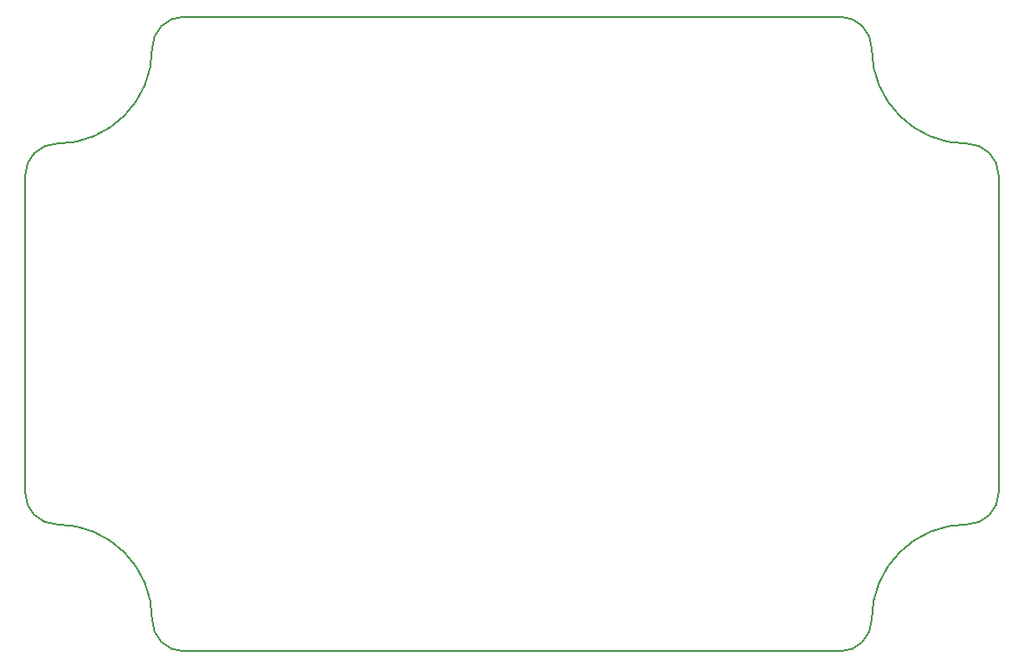
<source format=gm1>
G04 #@! TF.FileFunction,Profile,NP*
%FSLAX46Y46*%
G04 Gerber Fmt 4.6, Leading zero omitted, Abs format (unit mm)*
G04 Created by KiCad (PCBNEW 4.0.5) date 2017 June 13, Tuesday 16:43:51*
%MOMM*%
%LPD*%
G01*
G04 APERTURE LIST*
%ADD10C,0.100000*%
%ADD11C,0.150000*%
G04 APERTURE END LIST*
D10*
D11*
X25000000Y-40000000D02*
X25000000Y-70000000D01*
X117000000Y-40000000D02*
X117000000Y-70000000D01*
X114000000Y-73000000D02*
G75*
G03X117000000Y-70000000I0J3000000D01*
G01*
X114000000Y-73000000D02*
G75*
G03X105000000Y-82000000I0J-9000000D01*
G01*
X37000000Y-82000000D02*
G75*
G03X40000000Y-85000000I3000000J0D01*
G01*
X25000000Y-70000000D02*
G75*
G03X28000000Y-73000000I3000000J0D01*
G01*
X37000000Y-82000000D02*
G75*
G03X28000000Y-73000000I-9000000J0D01*
G01*
X102000000Y-85000000D02*
X40000000Y-85000000D01*
X102000000Y-85000000D02*
G75*
G03X105000000Y-82000000I0J3000000D01*
G01*
X40000000Y-25000000D02*
G75*
G03X37000000Y-28000000I0J-3000000D01*
G01*
X40000000Y-25000000D02*
X102000000Y-25000000D01*
X105000000Y-28000000D02*
G75*
G03X114000000Y-37000000I9000000J0D01*
G01*
X117000000Y-40000000D02*
G75*
G03X114000000Y-37000000I-3000000J0D01*
G01*
X105000000Y-28000000D02*
G75*
G03X102000000Y-25000000I-3000000J0D01*
G01*
X28000000Y-37000000D02*
G75*
G03X37000000Y-28000000I0J9000000D01*
G01*
X28000000Y-37000000D02*
G75*
G03X25000000Y-40000000I0J-3000000D01*
G01*
M02*

</source>
